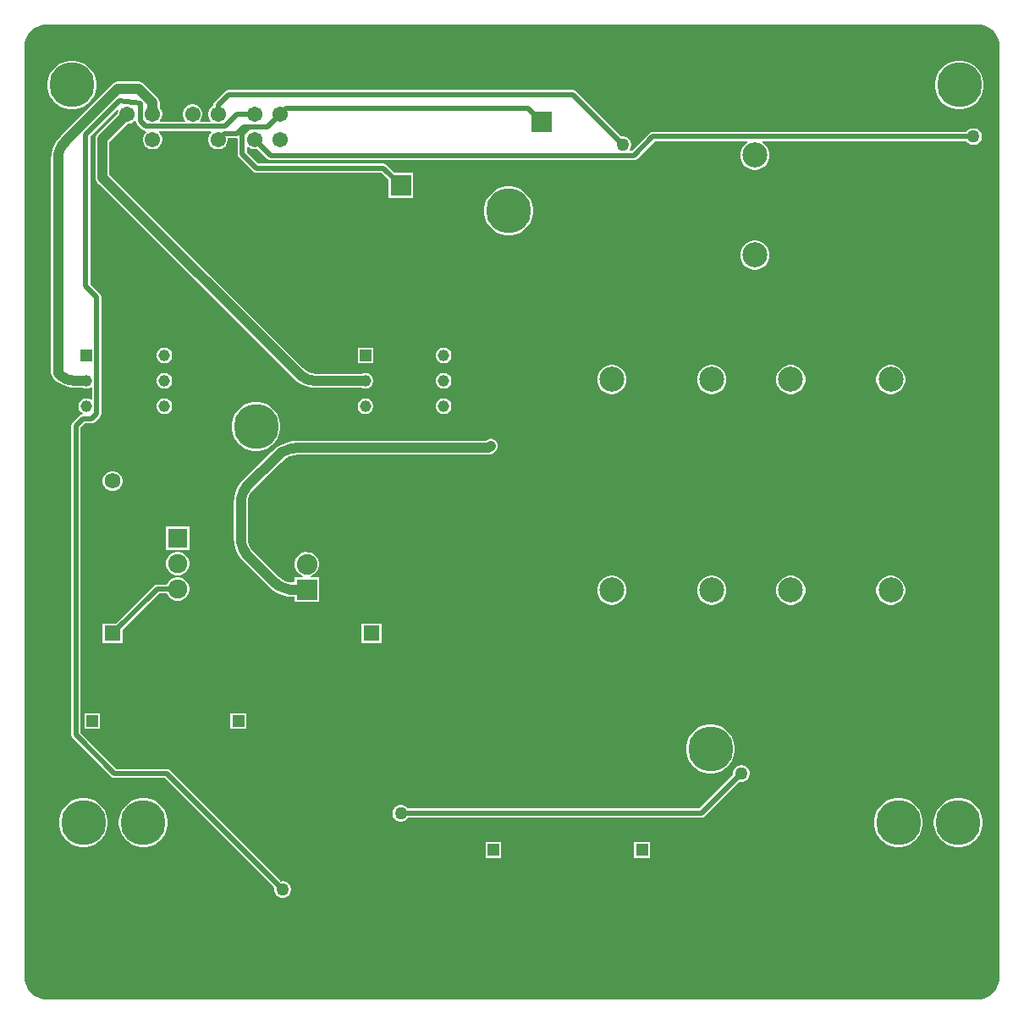
<source format=gbl>
G04*
G04 #@! TF.GenerationSoftware,Altium Limited,Altium Designer,23.8.1 (32)*
G04*
G04 Layer_Physical_Order=2*
G04 Layer_Color=16711680*
%FSLAX25Y25*%
%MOIN*%
G70*
G04*
G04 #@! TF.SameCoordinates,F96B85ED-F025-470D-A382-F87F92A237BF*
G04*
G04*
G04 #@! TF.FilePolarity,Positive*
G04*
G01*
G75*
%ADD11C,0.01968*%
%ADD46C,0.03937*%
%ADD48C,0.19685*%
%ADD53C,0.08268*%
%ADD54R,0.08268X0.08268*%
%ADD55R,0.08268X0.08268*%
%ADD56C,0.17717*%
%ADD57R,0.04724X0.04724*%
%ADD58C,0.04724*%
%ADD59R,0.04724X0.04724*%
%ADD60C,0.04563*%
%ADD61R,0.04563X0.04563*%
%ADD62C,0.08150*%
%ADD63R,0.08150X0.08150*%
%ADD64R,0.06260X0.06260*%
%ADD65C,0.06260*%
%ADD66C,0.07559*%
%ADD67R,0.07559X0.07559*%
%ADD68C,0.09843*%
%ADD69C,0.06083*%
%ADD70C,0.07874*%
%ADD71C,0.05000*%
%ADD72C,0.01968*%
G36*
X477219Y537328D02*
X478916Y536813D01*
X480481Y535977D01*
X481852Y534852D01*
X482977Y533481D01*
X483813Y531916D01*
X484328Y530219D01*
X484495Y528529D01*
X484485Y528454D01*
Y162311D01*
X484495Y162236D01*
X484328Y160546D01*
X483813Y158848D01*
X482977Y157284D01*
X481852Y155913D01*
X480481Y154787D01*
X478916Y153951D01*
X477219Y153436D01*
X475529Y153270D01*
X475454Y153280D01*
X109311D01*
X109236Y153270D01*
X107546Y153436D01*
X105848Y153951D01*
X104284Y154787D01*
X102913Y155913D01*
X101787Y157284D01*
X100951Y158848D01*
X100436Y160546D01*
X100270Y162235D01*
X100280Y162311D01*
Y528454D01*
X100270Y528529D01*
X100436Y530219D01*
X100951Y531916D01*
X101787Y533481D01*
X102913Y534852D01*
X104284Y535977D01*
X105848Y536813D01*
X107546Y537328D01*
X108824Y537454D01*
X109311Y537485D01*
X109311Y537485D01*
X475454D01*
X475529Y537495D01*
X477219Y537328D01*
D02*
G37*
%LPC*%
G36*
X469450Y523146D02*
X467550D01*
X465687Y522775D01*
X463931Y522048D01*
X462351Y520992D01*
X461008Y519649D01*
X459952Y518069D01*
X459225Y516314D01*
X458854Y514450D01*
Y512550D01*
X459225Y510686D01*
X459952Y508931D01*
X461008Y507351D01*
X462351Y506008D01*
X463931Y504952D01*
X465687Y504225D01*
X467550Y503854D01*
X469450D01*
X471313Y504225D01*
X473069Y504952D01*
X474649Y506008D01*
X475992Y507351D01*
X477048Y508931D01*
X477775Y510686D01*
X478146Y512550D01*
Y514450D01*
X477775Y516314D01*
X477048Y518069D01*
X475992Y519649D01*
X474649Y520992D01*
X473069Y522048D01*
X471313Y522775D01*
X469450Y523146D01*
D02*
G37*
G36*
X119950D02*
X118050D01*
X116186Y522775D01*
X114431Y522048D01*
X112851Y520992D01*
X111508Y519649D01*
X110452Y518069D01*
X109725Y516314D01*
X109354Y514450D01*
Y512550D01*
X109725Y510686D01*
X110452Y508931D01*
X111508Y507351D01*
X112851Y506008D01*
X114431Y504952D01*
X116186Y504225D01*
X118050Y503854D01*
X119950D01*
X121813Y504225D01*
X123569Y504952D01*
X125149Y506008D01*
X126492Y507351D01*
X127548Y508931D01*
X128275Y510686D01*
X128646Y512550D01*
Y514450D01*
X128275Y516314D01*
X127548Y518069D01*
X126492Y519649D01*
X125149Y520992D01*
X123569Y522048D01*
X121813Y522775D01*
X119950Y523146D01*
D02*
G37*
G36*
X145429Y514851D02*
X137071D01*
X136352Y514756D01*
X135681Y514478D01*
X135106Y514037D01*
X114534Y493466D01*
X114523Y493477D01*
X113219Y491950D01*
X112170Y490238D01*
X111402Y488383D01*
X110933Y486431D01*
X110776Y484429D01*
X110791D01*
X110791Y484429D01*
Y399929D01*
X110886Y399210D01*
X111164Y398539D01*
X111606Y397964D01*
X111594Y397952D01*
X113121Y396648D01*
X114833Y395599D01*
X116688Y394831D01*
X118640Y394362D01*
X120642Y394205D01*
X120642Y394220D01*
X123303D01*
X123442Y394140D01*
X124222Y393931D01*
X125030D01*
X125811Y394140D01*
X126394Y394477D01*
X126894Y394285D01*
Y389715D01*
X126394Y389523D01*
X125811Y389860D01*
X125030Y390069D01*
X124222D01*
X123442Y389860D01*
X122742Y389456D01*
X122170Y388884D01*
X121766Y388184D01*
X121557Y387404D01*
Y386596D01*
X121766Y385816D01*
X122170Y385116D01*
X122742Y384544D01*
X123173Y384295D01*
X123179Y384181D01*
X123066Y383780D01*
X122509Y383669D01*
X121923Y383277D01*
X119223Y380577D01*
X118831Y379991D01*
X118694Y379300D01*
Y257500D01*
X118831Y256809D01*
X119223Y256223D01*
X134385Y241061D01*
X134970Y240669D01*
X135662Y240532D01*
X155514D01*
X198776Y197269D01*
X198713Y197033D01*
Y196167D01*
X198937Y195331D01*
X199369Y194581D01*
X199981Y193969D01*
X200731Y193537D01*
X201567Y193313D01*
X202433D01*
X203269Y193537D01*
X204018Y193969D01*
X204631Y194581D01*
X205063Y195331D01*
X205287Y196167D01*
Y197033D01*
X205063Y197869D01*
X204631Y198618D01*
X204018Y199231D01*
X203269Y199663D01*
X202433Y199887D01*
X201567D01*
X201331Y199824D01*
X157539Y243616D01*
X156953Y244007D01*
X156262Y244145D01*
X136410D01*
X122306Y258248D01*
Y378552D01*
X123948Y380194D01*
X126700D01*
X127391Y380331D01*
X127977Y380723D01*
X129977Y382723D01*
X130369Y383309D01*
X130506Y384000D01*
Y429900D01*
X130369Y430591D01*
X129977Y431177D01*
X126206Y434948D01*
Y493362D01*
X136987Y504143D01*
X137387Y503836D01*
X137180Y503478D01*
X136919Y502504D01*
Y502102D01*
X129034Y494217D01*
X128593Y493642D01*
X128315Y492971D01*
X128220Y492252D01*
Y477110D01*
X128315Y476390D01*
X128593Y475720D01*
X129034Y475144D01*
X205862Y398317D01*
X206204Y397952D01*
X206204Y397952D01*
X207731Y396648D01*
X209443Y395599D01*
X211298Y394831D01*
X213250Y394362D01*
X215252Y394205D01*
X215252Y394220D01*
X233303D01*
X233441Y394140D01*
X234222Y393931D01*
X235030D01*
X235811Y394140D01*
X236510Y394544D01*
X237082Y395116D01*
X237486Y395815D01*
X237695Y396596D01*
Y397404D01*
X237486Y398184D01*
X237082Y398884D01*
X236510Y399456D01*
X235811Y399860D01*
X235030Y400069D01*
X234222D01*
X233441Y399860D01*
X233303Y399780D01*
X215252D01*
X215252Y399780D01*
Y399780D01*
X214759Y399820D01*
X213842Y399910D01*
X212486Y400321D01*
X211236Y400989D01*
X210170Y401864D01*
X210146Y401895D01*
X133780Y478261D01*
Y491101D01*
X140850Y498171D01*
X141252D01*
X142226Y498432D01*
X143099Y498936D01*
X143629Y499466D01*
X144129Y499259D01*
Y499200D01*
X144266Y498509D01*
X144658Y497923D01*
X146671Y495910D01*
X147257Y495518D01*
X147948Y495381D01*
X148007D01*
X148214Y494881D01*
X147684Y494351D01*
X147180Y493478D01*
X146919Y492504D01*
Y491496D01*
X147180Y490522D01*
X147684Y489649D01*
X148397Y488936D01*
X149270Y488432D01*
X150244Y488171D01*
X151252D01*
X152226Y488432D01*
X153099Y488936D01*
X153812Y489649D01*
X154316Y490522D01*
X154577Y491496D01*
Y492504D01*
X154316Y493478D01*
X153812Y494351D01*
X153282Y494881D01*
X153489Y495381D01*
X173755D01*
X173962Y494881D01*
X173432Y494351D01*
X172928Y493478D01*
X172667Y492504D01*
Y491496D01*
X172928Y490522D01*
X173432Y489649D01*
X174145Y488936D01*
X175018Y488432D01*
X175992Y488171D01*
X177000D01*
X177974Y488432D01*
X178847Y488936D01*
X179560Y489649D01*
X180064Y490522D01*
X180325Y491496D01*
Y492504D01*
X180417Y492625D01*
X184065D01*
X184294Y492437D01*
Y486400D01*
X184431Y485709D01*
X184823Y485123D01*
X190423Y479523D01*
X191009Y479131D01*
X191700Y478994D01*
X240952D01*
X243579Y476367D01*
Y469079D01*
X253421D01*
Y478921D01*
X246133D01*
X242977Y482077D01*
X242391Y482469D01*
X241700Y482606D01*
X192448D01*
X187906Y487148D01*
Y488972D01*
X188406Y489179D01*
X188649Y488936D01*
X189522Y488432D01*
X190496Y488171D01*
X191504D01*
X192111Y488334D01*
X196023Y484423D01*
X196609Y484031D01*
X197300Y483894D01*
X340300D01*
X340991Y484031D01*
X341577Y484423D01*
X348548Y491394D01*
X385150D01*
X385284Y490894D01*
X384495Y490438D01*
X383432Y489375D01*
X382680Y488073D01*
X382291Y486622D01*
Y485118D01*
X382680Y483667D01*
X383432Y482365D01*
X384495Y481302D01*
X385796Y480550D01*
X387248Y480161D01*
X388752D01*
X390203Y480550D01*
X391505Y481302D01*
X392568Y482365D01*
X393320Y483667D01*
X393709Y485118D01*
Y486622D01*
X393320Y488073D01*
X392568Y489375D01*
X391505Y490438D01*
X390716Y490894D01*
X390850Y491394D01*
X471347D01*
X471469Y491182D01*
X472082Y490569D01*
X472831Y490137D01*
X473667Y489913D01*
X474533D01*
X475369Y490137D01*
X476119Y490569D01*
X476731Y491182D01*
X477163Y491931D01*
X477387Y492767D01*
Y493633D01*
X477163Y494469D01*
X476731Y495219D01*
X476119Y495831D01*
X475369Y496263D01*
X474533Y496487D01*
X473667D01*
X472831Y496263D01*
X472082Y495831D01*
X471469Y495219D01*
X471347Y495006D01*
X347800D01*
X347109Y494869D01*
X346523Y494477D01*
X339552Y487506D01*
X338809D01*
X338711Y487742D01*
X338645Y488006D01*
X339063Y488731D01*
X339287Y489567D01*
Y490433D01*
X339063Y491269D01*
X338631Y492019D01*
X338018Y492631D01*
X337269Y493063D01*
X336433Y493287D01*
X335567D01*
X335331Y493224D01*
X317577Y510977D01*
X316991Y511369D01*
X316300Y511506D01*
X180596D01*
X179905Y511369D01*
X179319Y510977D01*
X175219Y506877D01*
X174827Y506291D01*
X174690Y505600D01*
Y505378D01*
X174145Y505064D01*
X173432Y504351D01*
X172928Y503478D01*
X172667Y502504D01*
Y501496D01*
X172928Y500522D01*
X173432Y499649D01*
X173626Y499455D01*
X173435Y498993D01*
X169557D01*
X169366Y499455D01*
X169560Y499649D01*
X170064Y500522D01*
X170325Y501496D01*
Y502504D01*
X170064Y503478D01*
X169560Y504351D01*
X168847Y505064D01*
X167974Y505568D01*
X167000Y505829D01*
X165992D01*
X165018Y505568D01*
X164145Y505064D01*
X163432Y504351D01*
X162928Y503478D01*
X162667Y502504D01*
Y501496D01*
X162928Y500522D01*
X163432Y499649D01*
X163626Y499455D01*
X163435Y498993D01*
X153809D01*
X153618Y499455D01*
X153812Y499649D01*
X154316Y500522D01*
X154577Y501496D01*
Y502504D01*
X154316Y503478D01*
X153812Y504351D01*
X153514Y504648D01*
Y506765D01*
X153420Y507485D01*
X153142Y508155D01*
X152700Y508731D01*
X147395Y514037D01*
X146819Y514478D01*
X146148Y514756D01*
X145429Y514851D01*
D02*
G37*
G36*
X291950Y473646D02*
X290050D01*
X288187Y473275D01*
X286431Y472548D01*
X284851Y471492D01*
X283508Y470149D01*
X282452Y468569D01*
X281725Y466814D01*
X281354Y464950D01*
Y463050D01*
X281725Y461187D01*
X282452Y459431D01*
X283508Y457851D01*
X284851Y456508D01*
X286431Y455452D01*
X288187Y454725D01*
X290050Y454354D01*
X291950D01*
X293813Y454725D01*
X295569Y455452D01*
X297149Y456508D01*
X298492Y457851D01*
X299548Y459431D01*
X300275Y461187D01*
X300646Y463050D01*
Y464950D01*
X300275Y466814D01*
X299548Y468569D01*
X298492Y470149D01*
X297149Y471492D01*
X295569Y472548D01*
X293813Y473275D01*
X291950Y473646D01*
D02*
G37*
G36*
X388752Y452209D02*
X387248D01*
X385796Y451820D01*
X384495Y451068D01*
X383432Y450005D01*
X382680Y448703D01*
X382291Y447252D01*
Y445748D01*
X382680Y444297D01*
X383432Y442995D01*
X384495Y441932D01*
X385796Y441180D01*
X387248Y440791D01*
X388752D01*
X390203Y441180D01*
X391505Y441932D01*
X392568Y442995D01*
X393320Y444297D01*
X393709Y445748D01*
Y447252D01*
X393320Y448703D01*
X392568Y450005D01*
X391505Y451068D01*
X390203Y451820D01*
X388752Y452209D01*
D02*
G37*
G36*
X265778Y410069D02*
X264970D01*
X264189Y409860D01*
X263490Y409456D01*
X262918Y408884D01*
X262514Y408184D01*
X262305Y407404D01*
Y406596D01*
X262514Y405816D01*
X262918Y405116D01*
X263490Y404544D01*
X264189Y404140D01*
X264970Y403931D01*
X265778D01*
X266559Y404140D01*
X267258Y404544D01*
X267830Y405116D01*
X268234Y405816D01*
X268443Y406596D01*
Y407404D01*
X268234Y408184D01*
X267830Y408884D01*
X267258Y409456D01*
X266559Y409860D01*
X265778Y410069D01*
D02*
G37*
G36*
X237695D02*
X231557D01*
Y403931D01*
X237695D01*
Y410069D01*
D02*
G37*
G36*
X155778D02*
X154970D01*
X154190Y409860D01*
X153490Y409456D01*
X152918Y408884D01*
X152514Y408184D01*
X152305Y407404D01*
Y406596D01*
X152514Y405816D01*
X152918Y405116D01*
X153490Y404544D01*
X154190Y404140D01*
X154970Y403931D01*
X155778D01*
X156559Y404140D01*
X157258Y404544D01*
X157830Y405116D01*
X158234Y405816D01*
X158443Y406596D01*
Y407404D01*
X158234Y408184D01*
X157830Y408884D01*
X157258Y409456D01*
X156559Y409860D01*
X155778Y410069D01*
D02*
G37*
G36*
X265778Y400069D02*
X264970D01*
X264189Y399860D01*
X263490Y399456D01*
X262918Y398884D01*
X262514Y398184D01*
X262305Y397404D01*
Y396596D01*
X262514Y395815D01*
X262918Y395116D01*
X263490Y394544D01*
X264189Y394140D01*
X264970Y393931D01*
X265778D01*
X266559Y394140D01*
X267258Y394544D01*
X267830Y395116D01*
X268234Y395815D01*
X268443Y396596D01*
Y397404D01*
X268234Y398184D01*
X267830Y398884D01*
X267258Y399456D01*
X266559Y399860D01*
X265778Y400069D01*
D02*
G37*
G36*
X155778D02*
X154970D01*
X154190Y399860D01*
X153490Y399456D01*
X152918Y398884D01*
X152514Y398184D01*
X152305Y397404D01*
Y396596D01*
X152514Y395815D01*
X152918Y395116D01*
X153490Y394544D01*
X154190Y394140D01*
X154970Y393931D01*
X155778D01*
X156559Y394140D01*
X157258Y394544D01*
X157830Y395116D01*
X158234Y395815D01*
X158443Y396596D01*
Y397404D01*
X158234Y398184D01*
X157830Y398884D01*
X157258Y399456D01*
X156559Y399860D01*
X155778Y400069D01*
D02*
G37*
G36*
X442252Y403209D02*
X440748D01*
X439296Y402820D01*
X437995Y402068D01*
X436932Y401005D01*
X436180Y399704D01*
X435791Y398252D01*
Y396748D01*
X436180Y395297D01*
X436932Y393995D01*
X437995Y392932D01*
X439296Y392180D01*
X440748Y391791D01*
X442252D01*
X443704Y392180D01*
X445005Y392932D01*
X446068Y393995D01*
X446820Y395297D01*
X447209Y396748D01*
Y398252D01*
X446820Y399704D01*
X446068Y401005D01*
X445005Y402068D01*
X443704Y402820D01*
X442252Y403209D01*
D02*
G37*
G36*
X402882D02*
X401378D01*
X399926Y402820D01*
X398625Y402068D01*
X397562Y401005D01*
X396810Y399704D01*
X396421Y398252D01*
Y396748D01*
X396810Y395297D01*
X397562Y393995D01*
X398625Y392932D01*
X399926Y392180D01*
X401378Y391791D01*
X402882D01*
X404333Y392180D01*
X405635Y392932D01*
X406698Y393995D01*
X407450Y395297D01*
X407839Y396748D01*
Y398252D01*
X407450Y399704D01*
X406698Y401005D01*
X405635Y402068D01*
X404333Y402820D01*
X402882Y403209D01*
D02*
G37*
G36*
X371752D02*
X370248D01*
X368796Y402820D01*
X367495Y402068D01*
X366432Y401005D01*
X365680Y399704D01*
X365291Y398252D01*
Y396748D01*
X365680Y395297D01*
X366432Y393995D01*
X367495Y392932D01*
X368796Y392180D01*
X370248Y391791D01*
X371752D01*
X373203Y392180D01*
X374505Y392932D01*
X375568Y393995D01*
X376320Y395297D01*
X376709Y396748D01*
Y398252D01*
X376320Y399704D01*
X375568Y401005D01*
X374505Y402068D01*
X373203Y402820D01*
X371752Y403209D01*
D02*
G37*
G36*
X332382D02*
X330878D01*
X329427Y402820D01*
X328125Y402068D01*
X327062Y401005D01*
X326310Y399704D01*
X325921Y398252D01*
Y396748D01*
X326310Y395297D01*
X327062Y393995D01*
X328125Y392932D01*
X329427Y392180D01*
X330878Y391791D01*
X332382D01*
X333834Y392180D01*
X335135Y392932D01*
X336198Y393995D01*
X336950Y395297D01*
X337339Y396748D01*
Y398252D01*
X336950Y399704D01*
X336198Y401005D01*
X335135Y402068D01*
X333834Y402820D01*
X332382Y403209D01*
D02*
G37*
G36*
X265778Y390069D02*
X264970D01*
X264189Y389860D01*
X263490Y389456D01*
X262918Y388884D01*
X262514Y388184D01*
X262305Y387404D01*
Y386596D01*
X262514Y385816D01*
X262918Y385116D01*
X263490Y384544D01*
X264189Y384140D01*
X264970Y383931D01*
X265778D01*
X266559Y384140D01*
X267258Y384544D01*
X267830Y385116D01*
X268234Y385816D01*
X268443Y386596D01*
Y387404D01*
X268234Y388184D01*
X267830Y388884D01*
X267258Y389456D01*
X266559Y389860D01*
X265778Y390069D01*
D02*
G37*
G36*
X235030D02*
X234222D01*
X233441Y389860D01*
X232742Y389456D01*
X232170Y388884D01*
X231766Y388184D01*
X231557Y387404D01*
Y386596D01*
X231766Y385816D01*
X232170Y385116D01*
X232742Y384544D01*
X233441Y384140D01*
X234222Y383931D01*
X235030D01*
X235811Y384140D01*
X236510Y384544D01*
X237082Y385116D01*
X237486Y385816D01*
X237695Y386596D01*
Y387404D01*
X237486Y388184D01*
X237082Y388884D01*
X236510Y389456D01*
X235811Y389860D01*
X235030Y390069D01*
D02*
G37*
G36*
X155778D02*
X154970D01*
X154190Y389860D01*
X153490Y389456D01*
X152918Y388884D01*
X152514Y388184D01*
X152305Y387404D01*
Y386596D01*
X152514Y385816D01*
X152918Y385116D01*
X153490Y384544D01*
X154190Y384140D01*
X154970Y383931D01*
X155778D01*
X156559Y384140D01*
X157258Y384544D01*
X157830Y385116D01*
X158234Y385816D01*
X158443Y386596D01*
Y387404D01*
X158234Y388184D01*
X157830Y388884D01*
X157258Y389456D01*
X156559Y389860D01*
X155778Y390069D01*
D02*
G37*
G36*
X283883Y374169D02*
X283164Y374075D01*
X282494Y373797D01*
X282002Y373420D01*
X208188D01*
X208188Y373420D01*
Y373442D01*
X205843Y373258D01*
X203556Y372709D01*
X201383Y371809D01*
X199378Y370580D01*
X197590Y369053D01*
X197606Y369037D01*
X186463Y357894D01*
X186452Y357906D01*
X185148Y356379D01*
X184099Y354667D01*
X183331Y352812D01*
X182862Y350859D01*
X182705Y348858D01*
X182720Y348858D01*
Y335142D01*
X182705Y335142D01*
X182862Y333140D01*
X183331Y331188D01*
X184099Y329333D01*
X185148Y327621D01*
X186452Y326095D01*
X186463Y326105D01*
X196862Y315707D01*
Y315707D01*
X196850Y315696D01*
X198377Y314392D01*
X200089Y313343D01*
X201944Y312575D01*
X203896Y312106D01*
X205898Y311949D01*
Y311964D01*
X205898Y311964D01*
X206638D01*
Y309882D01*
X216362D01*
Y319606D01*
X213043D01*
X212978Y320106D01*
X213377Y320213D01*
X214486Y320853D01*
X215391Y321759D01*
X216031Y322867D01*
X216362Y324104D01*
Y325384D01*
X216031Y326621D01*
X215391Y327730D01*
X214486Y328635D01*
X213377Y329275D01*
X212140Y329606D01*
X210860D01*
X209623Y329275D01*
X208514Y328635D01*
X207609Y327730D01*
X206969Y326621D01*
X206638Y325384D01*
Y324104D01*
X206969Y322867D01*
X207609Y321759D01*
X208514Y320853D01*
X209623Y320213D01*
X210022Y320106D01*
X209957Y319606D01*
X206638D01*
Y317924D01*
X206138Y317524D01*
X205898Y317524D01*
X205414Y317563D01*
X204488Y317654D01*
X203132Y318066D01*
X201882Y318734D01*
X201162Y319324D01*
X200793Y319638D01*
X200449Y319983D01*
X190743Y329689D01*
X190394Y330037D01*
Y330037D01*
X190080Y330406D01*
X189489Y331126D01*
X188821Y332376D01*
X188410Y333732D01*
X188319Y334658D01*
X188280Y335142D01*
X188280Y335142D01*
X188280Y335142D01*
Y348858D01*
X188280Y348858D01*
X188280D01*
X188319Y349342D01*
X188410Y350268D01*
X188821Y351624D01*
X189489Y352874D01*
X190080Y353594D01*
X190394Y353963D01*
Y353963D01*
X190743Y354311D01*
X201183Y364752D01*
X201537Y365106D01*
X201902Y365430D01*
X202951Y366291D01*
X204581Y367162D01*
X206349Y367699D01*
X208104Y367871D01*
X208188Y367861D01*
X283134D01*
X283853Y367955D01*
X284524Y368233D01*
X285099Y368675D01*
X285849Y369424D01*
X286291Y370000D01*
X286568Y370670D01*
X286663Y371390D01*
X286568Y372109D01*
X286291Y372780D01*
X285849Y373355D01*
X285273Y373797D01*
X284603Y374075D01*
X283883Y374169D01*
D02*
G37*
G36*
X192450Y388646D02*
X190550D01*
X188687Y388275D01*
X186931Y387548D01*
X185351Y386492D01*
X184008Y385149D01*
X182952Y383569D01*
X182225Y381814D01*
X181854Y379950D01*
Y378050D01*
X182225Y376186D01*
X182952Y374431D01*
X184008Y372851D01*
X185351Y371508D01*
X186931Y370452D01*
X188687Y369725D01*
X190550Y369354D01*
X192450D01*
X194314Y369725D01*
X196069Y370452D01*
X197649Y371508D01*
X198992Y372851D01*
X200048Y374431D01*
X200775Y376186D01*
X201146Y378050D01*
Y379950D01*
X200775Y381814D01*
X200048Y383569D01*
X198992Y385149D01*
X197649Y386492D01*
X196069Y387548D01*
X194314Y388275D01*
X192450Y388646D01*
D02*
G37*
G36*
X135516Y361417D02*
X134484D01*
X133488Y361150D01*
X132595Y360635D01*
X131865Y359905D01*
X131350Y359012D01*
X131083Y358016D01*
Y356984D01*
X131350Y355988D01*
X131865Y355095D01*
X132595Y354365D01*
X133488Y353850D01*
X134484Y353583D01*
X135516D01*
X136512Y353850D01*
X137405Y354365D01*
X138135Y355095D01*
X138650Y355988D01*
X138917Y356984D01*
Y358016D01*
X138650Y359012D01*
X138135Y359905D01*
X137405Y360635D01*
X136512Y361150D01*
X135516Y361417D01*
D02*
G37*
G36*
X165185Y339567D02*
X156051D01*
Y330433D01*
X165185D01*
Y339567D01*
D02*
G37*
G36*
X161220Y329567D02*
X160017D01*
X158855Y329256D01*
X157814Y328655D01*
X156964Y327804D01*
X156362Y326763D01*
X156051Y325601D01*
Y324399D01*
X156362Y323237D01*
X156964Y322196D01*
X157814Y321345D01*
X158855Y320744D01*
X160017Y320433D01*
X161220D01*
X162381Y320744D01*
X163422Y321345D01*
X164273Y322196D01*
X164874Y323237D01*
X165185Y324399D01*
Y325601D01*
X164874Y326763D01*
X164273Y327804D01*
X163422Y328655D01*
X162381Y329256D01*
X161220Y329567D01*
D02*
G37*
G36*
Y319567D02*
X160017D01*
X158855Y319256D01*
X157814Y318654D01*
X156964Y317804D01*
X156388Y316806D01*
X152500D01*
X151809Y316669D01*
X151223Y316277D01*
X136363Y301417D01*
X131083D01*
Y293583D01*
X138917D01*
Y298863D01*
X153248Y313194D01*
X156388D01*
X156964Y312196D01*
X157814Y311346D01*
X158855Y310744D01*
X160017Y310433D01*
X161220D01*
X162381Y310744D01*
X163422Y311346D01*
X164273Y312196D01*
X164874Y313237D01*
X165185Y314399D01*
Y315601D01*
X164874Y316763D01*
X164273Y317804D01*
X163422Y318654D01*
X162381Y319256D01*
X161220Y319567D01*
D02*
G37*
G36*
X442252Y320209D02*
X440748D01*
X439296Y319820D01*
X437995Y319068D01*
X436932Y318005D01*
X436180Y316704D01*
X435791Y315252D01*
Y313748D01*
X436180Y312297D01*
X436932Y310995D01*
X437995Y309932D01*
X439296Y309180D01*
X440748Y308791D01*
X442252D01*
X443704Y309180D01*
X445005Y309932D01*
X446068Y310995D01*
X446820Y312297D01*
X447209Y313748D01*
Y315252D01*
X446820Y316704D01*
X446068Y318005D01*
X445005Y319068D01*
X443704Y319820D01*
X442252Y320209D01*
D02*
G37*
G36*
X402882D02*
X401378D01*
X399926Y319820D01*
X398625Y319068D01*
X397562Y318005D01*
X396810Y316704D01*
X396421Y315252D01*
Y313748D01*
X396810Y312297D01*
X397562Y310995D01*
X398625Y309932D01*
X399926Y309180D01*
X401378Y308791D01*
X402882D01*
X404333Y309180D01*
X405635Y309932D01*
X406698Y310995D01*
X407450Y312297D01*
X407839Y313748D01*
Y315252D01*
X407450Y316704D01*
X406698Y318005D01*
X405635Y319068D01*
X404333Y319820D01*
X402882Y320209D01*
D02*
G37*
G36*
X371752D02*
X370248D01*
X368796Y319820D01*
X367495Y319068D01*
X366432Y318005D01*
X365680Y316704D01*
X365291Y315252D01*
Y313748D01*
X365680Y312297D01*
X366432Y310995D01*
X367495Y309932D01*
X368796Y309180D01*
X370248Y308791D01*
X371752D01*
X373203Y309180D01*
X374505Y309932D01*
X375568Y310995D01*
X376320Y312297D01*
X376709Y313748D01*
Y315252D01*
X376320Y316704D01*
X375568Y318005D01*
X374505Y319068D01*
X373203Y319820D01*
X371752Y320209D01*
D02*
G37*
G36*
X332382D02*
X330878D01*
X329427Y319820D01*
X328125Y319068D01*
X327062Y318005D01*
X326310Y316704D01*
X325921Y315252D01*
Y313748D01*
X326310Y312297D01*
X327062Y310995D01*
X328125Y309932D01*
X329427Y309180D01*
X330878Y308791D01*
X332382D01*
X333834Y309180D01*
X335135Y309932D01*
X336198Y310995D01*
X336950Y312297D01*
X337339Y313748D01*
Y315252D01*
X336950Y316704D01*
X336198Y318005D01*
X335135Y319068D01*
X333834Y319820D01*
X332382Y320209D01*
D02*
G37*
G36*
X240917Y301417D02*
X233083D01*
Y293583D01*
X240917D01*
Y301417D01*
D02*
G37*
G36*
X187650Y266150D02*
X181350D01*
Y259850D01*
X187650D01*
Y266150D01*
D02*
G37*
G36*
X130150D02*
X123850D01*
Y259850D01*
X130150D01*
Y266150D01*
D02*
G37*
G36*
X371450Y261646D02*
X369550D01*
X367687Y261275D01*
X365931Y260548D01*
X364351Y259492D01*
X363008Y258149D01*
X361952Y256569D01*
X361225Y254814D01*
X360854Y252950D01*
Y251050D01*
X361225Y249186D01*
X361952Y247431D01*
X363008Y245851D01*
X364351Y244508D01*
X365931Y243452D01*
X367687Y242725D01*
X369550Y242354D01*
X371450D01*
X373313Y242725D01*
X375069Y243452D01*
X376649Y244508D01*
X377992Y245851D01*
X379048Y247431D01*
X379775Y249186D01*
X380146Y251050D01*
Y252950D01*
X379775Y254814D01*
X379048Y256569D01*
X377992Y258149D01*
X376649Y259492D01*
X375069Y260548D01*
X373313Y261275D01*
X371450Y261646D01*
D02*
G37*
G36*
X383033Y245687D02*
X382167D01*
X381331Y245463D01*
X380581Y245031D01*
X379969Y244419D01*
X379537Y243669D01*
X379313Y242833D01*
Y241967D01*
X379376Y241731D01*
X366152Y228506D01*
X251253D01*
X251131Y228718D01*
X250518Y229331D01*
X249769Y229763D01*
X248933Y229987D01*
X248067D01*
X247231Y229763D01*
X246481Y229331D01*
X245869Y228718D01*
X245437Y227969D01*
X245213Y227133D01*
Y226267D01*
X245437Y225431D01*
X245869Y224681D01*
X246481Y224069D01*
X247231Y223637D01*
X248067Y223413D01*
X248933D01*
X249769Y223637D01*
X250518Y224069D01*
X251131Y224681D01*
X251253Y224894D01*
X366900D01*
X367591Y225031D01*
X368177Y225423D01*
X381931Y239176D01*
X382167Y239113D01*
X383033D01*
X383869Y239337D01*
X384618Y239769D01*
X385231Y240382D01*
X385663Y241131D01*
X385887Y241967D01*
Y242833D01*
X385663Y243669D01*
X385231Y244419D01*
X384618Y245031D01*
X383869Y245463D01*
X383033Y245687D01*
D02*
G37*
G36*
X469072Y232646D02*
X467172D01*
X465309Y232275D01*
X463553Y231548D01*
X461973Y230492D01*
X460630Y229149D01*
X459574Y227569D01*
X458847Y225814D01*
X458476Y223950D01*
Y222050D01*
X458847Y220186D01*
X459574Y218431D01*
X460630Y216851D01*
X461973Y215508D01*
X463553Y214452D01*
X465309Y213725D01*
X467172Y213354D01*
X469072D01*
X470935Y213725D01*
X472691Y214452D01*
X474271Y215508D01*
X475614Y216851D01*
X476670Y218431D01*
X477397Y220186D01*
X477768Y222050D01*
Y223950D01*
X477397Y225814D01*
X476670Y227569D01*
X475614Y229149D01*
X474271Y230492D01*
X472691Y231548D01*
X470935Y232275D01*
X469072Y232646D01*
D02*
G37*
G36*
X445450D02*
X443550D01*
X441686Y232275D01*
X439931Y231548D01*
X438351Y230492D01*
X437008Y229149D01*
X435952Y227569D01*
X435225Y225814D01*
X434854Y223950D01*
Y222050D01*
X435225Y220186D01*
X435952Y218431D01*
X437008Y216851D01*
X438351Y215508D01*
X439931Y214452D01*
X441686Y213725D01*
X443550Y213354D01*
X445450D01*
X447313Y213725D01*
X449069Y214452D01*
X450649Y215508D01*
X451992Y216851D01*
X453048Y218431D01*
X453775Y220186D01*
X454146Y222050D01*
Y223950D01*
X453775Y225814D01*
X453048Y227569D01*
X451992Y229149D01*
X450649Y230492D01*
X449069Y231548D01*
X447313Y232275D01*
X445450Y232646D01*
D02*
G37*
G36*
X148072D02*
X146172D01*
X144308Y232275D01*
X142553Y231548D01*
X140973Y230492D01*
X139630Y229149D01*
X138574Y227569D01*
X137847Y225814D01*
X137476Y223950D01*
Y222050D01*
X137847Y220186D01*
X138574Y218431D01*
X139630Y216851D01*
X140973Y215508D01*
X142553Y214452D01*
X144308Y213725D01*
X146172Y213354D01*
X148072D01*
X149935Y213725D01*
X151691Y214452D01*
X153271Y215508D01*
X154614Y216851D01*
X155670Y218431D01*
X156397Y220186D01*
X156768Y222050D01*
Y223950D01*
X156397Y225814D01*
X155670Y227569D01*
X154614Y229149D01*
X153271Y230492D01*
X151691Y231548D01*
X149935Y232275D01*
X148072Y232646D01*
D02*
G37*
G36*
X124450D02*
X122550D01*
X120686Y232275D01*
X118931Y231548D01*
X117351Y230492D01*
X116008Y229149D01*
X114952Y227569D01*
X114225Y225814D01*
X113854Y223950D01*
Y222050D01*
X114225Y220186D01*
X114952Y218431D01*
X116008Y216851D01*
X117351Y215508D01*
X118931Y214452D01*
X120686Y213725D01*
X122550Y213354D01*
X124450D01*
X126313Y213725D01*
X128069Y214452D01*
X129649Y215508D01*
X130992Y216851D01*
X132048Y218431D01*
X132775Y220186D01*
X133146Y222050D01*
Y223950D01*
X132775Y225814D01*
X132048Y227569D01*
X130992Y229149D01*
X129649Y230492D01*
X128069Y231548D01*
X126313Y232275D01*
X124450Y232646D01*
D02*
G37*
G36*
X346650Y215335D02*
X340350D01*
Y209035D01*
X346650D01*
Y215335D01*
D02*
G37*
G36*
X288150D02*
X281850D01*
Y209035D01*
X288150D01*
Y215335D01*
D02*
G37*
%LPD*%
D11*
X186634Y497000D02*
X196000D01*
X255500Y301858D02*
Y316700D01*
Y293500D02*
Y301858D01*
Y301858D01*
X211500Y345400D02*
X223600Y357500D01*
X224880D02*
X224880D01*
X237000D01*
X223600D02*
X224880D01*
X211500Y334744D02*
Y345400D01*
X204200Y242200D02*
X255500Y293500D01*
X146685Y263000D02*
X167485Y242200D01*
X188700Y497000D02*
X196000D01*
X186100Y494400D02*
X188700Y497000D01*
X186100Y486400D02*
Y494400D01*
Y486400D02*
X191700Y480800D01*
X241700D01*
X248500Y474000D01*
X298800Y504200D02*
X304000Y499000D01*
X203200Y504200D02*
X298800D01*
X201000Y502000D02*
X203200Y504200D01*
X431500Y192500D02*
X444500Y179500D01*
X427300Y196700D02*
X431500Y192500D01*
X427300Y196700D02*
Y242500D01*
X343500Y192500D02*
X431500D01*
X167485Y242200D02*
X204200D01*
X238600Y333600D02*
X255500Y316700D01*
X155374Y377000D02*
X168074Y389700D01*
X221926D01*
X234626Y377000D01*
X140748Y492000D02*
X145648Y487100D01*
X161596D01*
X166496Y492000D01*
X191000D02*
X197300Y485700D01*
X340300D01*
X347800Y493200D01*
X474100D01*
X184100Y502000D02*
X191000D01*
X179287Y497187D02*
X184100Y502000D01*
X147948Y497187D02*
X179287D01*
X145935Y499200D02*
X147948Y497187D01*
X145935Y499200D02*
Y506276D01*
X137674Y507384D02*
X145935Y506276D01*
X124400Y494111D02*
X137674Y507384D01*
X124400Y434200D02*
Y494111D01*
Y434200D02*
X128700Y429900D01*
Y384000D02*
Y429900D01*
X126700Y382000D02*
X128700Y384000D01*
X123200Y382000D02*
X126700D01*
X120500Y379300D02*
X123200Y382000D01*
X120500Y257500D02*
Y379300D01*
Y257500D02*
X135662Y242338D01*
X156262D01*
X202000Y196600D01*
X196000Y497000D02*
X201000Y502000D01*
X184065Y494431D02*
X186634Y497000D01*
X178927Y494431D02*
X184065D01*
X176496Y492000D02*
X178927Y494431D01*
X176496Y502000D02*
Y505600D01*
X180596Y509700D01*
X316300D01*
X336000Y490000D01*
X426400Y245100D02*
Y255600D01*
X408300Y273700D02*
X426400Y255600D01*
X248500Y226700D02*
X366900D01*
X382600Y242400D01*
X135000Y297500D02*
X152500Y315000D01*
X160618D01*
X234626Y377000D02*
X265374D01*
X124626D02*
X155374D01*
D46*
X116500Y491500D02*
X115841Y490773D01*
X115256Y489985D01*
X114752Y489143D01*
X114332Y488256D01*
X114002Y487332D01*
X113763Y486380D01*
X113619Y485409D01*
X113571Y484429D01*
X116500Y491500D02*
X115841Y490773D01*
X115256Y489985D01*
X114752Y489143D01*
X114332Y488256D01*
X114002Y487332D01*
X113763Y486380D01*
X113619Y485409D01*
X113571Y484429D01*
Y399929D02*
X114298Y399270D01*
X115086Y398685D01*
X115928Y398181D01*
X116815Y397761D01*
X117739Y397431D01*
X118691Y397192D01*
X119662Y397048D01*
X120642Y397000D01*
X113571Y399929D02*
X114298Y399270D01*
X115086Y398685D01*
X115928Y398181D01*
X116815Y397761D01*
X117739Y397431D01*
X118691Y397192D01*
X119662Y397048D01*
X120642Y397000D01*
X208181Y399929D02*
X208908Y399270D01*
X209696Y398685D01*
X210538Y398181D01*
X211425Y397761D01*
X212349Y397431D01*
X213301Y397192D01*
X214272Y397048D01*
X215252Y397000D01*
X208181Y399929D02*
X208908Y399270D01*
X209696Y398685D01*
X210538Y398181D01*
X211425Y397761D01*
X212349Y397431D01*
X213301Y397192D01*
X214272Y397048D01*
X215252Y397000D01*
X185500Y335142D02*
X185548Y334162D01*
X185692Y333191D01*
X185931Y332239D01*
X186261Y331315D01*
X186681Y330428D01*
X187185Y329586D01*
X187770Y328798D01*
X188429Y328071D01*
Y355929D02*
X187770Y355202D01*
X187185Y354414D01*
X186681Y353572D01*
X186261Y352685D01*
X185931Y351761D01*
X185692Y350809D01*
X185548Y349838D01*
X185500Y348858D01*
X188429Y355929D02*
X187770Y355202D01*
X187185Y354414D01*
X186681Y353572D01*
X186261Y352685D01*
X185931Y351761D01*
X185692Y350809D01*
X185548Y349838D01*
X185500Y348858D01*
X198827Y317673D02*
X199554Y317014D01*
X200342Y316429D01*
X201184Y315925D01*
X202071Y315505D01*
X202995Y315175D01*
X203947Y314936D01*
X204918Y314792D01*
X205898Y314744D01*
X198827Y317673D02*
X199554Y317014D01*
X200342Y316429D01*
X201184Y315925D01*
X202071Y315505D01*
X202995Y315175D01*
X203947Y314936D01*
X204918Y314792D01*
X205898Y314744D01*
X185500Y335142D02*
X185548Y334162D01*
X185692Y333191D01*
X185931Y332239D01*
X186261Y331315D01*
X186681Y330428D01*
X187185Y329586D01*
X187770Y328798D01*
X188429Y328071D01*
X208188Y370640D02*
X207232Y370603D01*
X206282Y370490D01*
X205343Y370304D01*
X204422Y370044D01*
X203524Y369713D01*
X202656Y369312D01*
X201821Y368845D01*
X201025Y368313D01*
X200274Y367721D01*
X199571Y367071D01*
X120642Y397000D02*
X124626D01*
X116500Y491500D02*
X137071Y512071D01*
X113571Y399929D02*
Y484429D01*
X215252Y397000D02*
X234626D01*
X188429Y355929D02*
X199571Y367071D01*
X185500Y335142D02*
Y348858D01*
X205898Y314744D02*
X211500D01*
X188429Y328071D02*
X198827Y317673D01*
X131000Y477110D02*
X208181Y399929D01*
X131000Y492252D02*
X140748Y502000D01*
X131000Y477110D02*
Y492252D01*
X137071Y512071D02*
X145429D01*
X150735Y506765D01*
Y502023D02*
Y506765D01*
Y502023D02*
X150752Y502006D01*
X208188Y370640D02*
X283134D01*
X283883Y371390D01*
D48*
X255500Y301858D02*
X255452Y302838D01*
X255308Y303809D01*
X255069Y304761D01*
X254739Y305685D01*
X254319Y306572D01*
X253815Y307414D01*
X253230Y308202D01*
X252571Y308929D01*
X255500Y301858D02*
X255452Y302838D01*
X255308Y303809D01*
X255069Y304761D01*
X254739Y305685D01*
X254319Y306572D01*
X253815Y307414D01*
X253230Y308202D01*
X252571Y308929D01*
Y276571D02*
X253230Y277298D01*
X253815Y278086D01*
X254319Y278928D01*
X254739Y279815D01*
X255069Y280739D01*
X255308Y281691D01*
X255452Y282662D01*
X255500Y283642D01*
X252571Y276571D02*
X253230Y277298D01*
X253815Y278086D01*
X254319Y278928D01*
X254739Y279815D01*
X255069Y280739D01*
X255308Y281691D01*
X255452Y282662D01*
X255500Y283642D01*
X234858Y263000D02*
X235838Y263048D01*
X236809Y263192D01*
X237761Y263431D01*
X238685Y263761D01*
X239572Y264181D01*
X240414Y264685D01*
X241202Y265270D01*
X241929Y265929D01*
X224880Y357500D02*
X223900Y357452D01*
X222930Y357308D01*
X221977Y357069D01*
X221054Y356739D01*
X220166Y356319D01*
X219325Y355815D01*
X218536Y355230D01*
X217809Y354571D01*
X224880Y357500D02*
X223900Y357452D01*
X222930Y357308D01*
X221977Y357069D01*
X221054Y356739D01*
X220166Y356319D01*
X219325Y355815D01*
X218536Y355230D01*
X217809Y354571D01*
X209353Y340181D02*
X210235Y339918D01*
X211129Y339697D01*
X212032Y339518D01*
X212942Y339381D01*
X213858Y339287D01*
X209353Y340181D02*
X210235Y339918D01*
X211129Y339697D01*
X212032Y339518D01*
X212942Y339381D01*
X213858Y339287D01*
X234858Y263000D02*
X235838Y263048D01*
X236809Y263192D01*
X237761Y263431D01*
X238685Y263761D01*
X239572Y264181D01*
X240414Y264685D01*
X241202Y265270D01*
X241929Y265929D01*
X146869Y262685D02*
X146776Y262661D01*
X146869Y262685D02*
X146776Y262661D01*
X159292Y259305D02*
X158570Y259974D01*
X157799Y260586D01*
X156984Y261138D01*
X156130Y261626D01*
X155241Y262049D01*
X154323Y262402D01*
X153380Y262685D01*
X159292Y259305D02*
X158570Y259974D01*
X157799Y260586D01*
X156984Y261138D01*
X156130Y261626D01*
X155241Y262049D01*
X154323Y262402D01*
X153380Y262685D01*
X255500Y283642D02*
Y301858D01*
X241929Y265929D02*
X252571Y276571D01*
X224880Y357500D02*
X237000D01*
X204869Y341631D02*
X217809Y354571D01*
X222798Y338702D02*
X252571Y308929D01*
X204869Y341631D02*
X209353Y340181D01*
X213858Y339287D02*
X219753Y338821D01*
X204185Y263000D02*
X234858D01*
X159292Y259305D02*
X176350Y242247D01*
X146869Y262685D02*
X153380D01*
X221255Y338702D02*
X222798D01*
X219753Y338821D02*
X221255Y338702D01*
X204185Y263000D02*
X204189Y261970D01*
X176350Y242247D02*
X192658D01*
X204189Y253778D02*
Y261970D01*
X192658Y242247D02*
X204189Y253778D01*
D53*
X304000Y518685D02*
D03*
X228815Y474000D02*
D03*
D54*
X304000Y499000D02*
D03*
D55*
X248500Y474000D02*
D03*
D56*
X291000Y464000D02*
D03*
X119000Y513500D02*
D03*
X370500Y252000D02*
D03*
X147122Y179500D02*
D03*
X468500Y513500D02*
D03*
X191500Y379000D02*
D03*
X147122Y223000D02*
D03*
X123500D02*
D03*
Y179500D02*
D03*
X468122D02*
D03*
Y223000D02*
D03*
X444500D02*
D03*
Y179500D02*
D03*
D57*
X343500Y212185D02*
D03*
X285000D02*
D03*
D58*
X343500Y192500D02*
D03*
X285000D02*
D03*
X204185Y263000D02*
D03*
X146685D02*
D03*
D59*
X184500D02*
D03*
X127000D02*
D03*
D60*
X265374Y407000D02*
D03*
Y397000D02*
D03*
Y387000D02*
D03*
Y377000D02*
D03*
X234626D02*
D03*
Y387000D02*
D03*
Y397000D02*
D03*
X155374Y407000D02*
D03*
Y397000D02*
D03*
Y387000D02*
D03*
Y377000D02*
D03*
X124626D02*
D03*
Y387000D02*
D03*
Y397000D02*
D03*
D61*
X234626Y407000D02*
D03*
X124626D02*
D03*
D62*
X211500Y334744D02*
D03*
Y324744D02*
D03*
D63*
Y314744D02*
D03*
D64*
X135000Y297500D02*
D03*
X237000D02*
D03*
D65*
X135000Y357500D02*
D03*
X237000D02*
D03*
D66*
X160618Y315000D02*
D03*
Y325000D02*
D03*
D67*
Y335000D02*
D03*
D68*
X371000Y314500D02*
D03*
X331630D02*
D03*
X388000Y485870D02*
D03*
Y446500D02*
D03*
X371000Y397500D02*
D03*
X331630D02*
D03*
X441500D02*
D03*
X402130D02*
D03*
X441500Y314500D02*
D03*
X402130D02*
D03*
D69*
X201000Y502000D02*
D03*
Y492000D02*
D03*
X191000D02*
D03*
Y502000D02*
D03*
X176496D02*
D03*
Y492000D02*
D03*
X166496D02*
D03*
Y502000D02*
D03*
X150748D02*
D03*
Y492000D02*
D03*
X140748D02*
D03*
Y502000D02*
D03*
D70*
X452756Y511811D02*
D03*
Y433071D02*
D03*
Y354331D02*
D03*
Y196850D02*
D03*
X413386Y433071D02*
D03*
Y196850D02*
D03*
X354331Y472441D02*
D03*
Y393701D02*
D03*
X374016Y354331D02*
D03*
X354331Y236221D02*
D03*
X374016Y196850D02*
D03*
X314961Y472441D02*
D03*
Y236221D02*
D03*
X275591Y472441D02*
D03*
X295276Y433071D02*
D03*
Y354331D02*
D03*
X255906Y433071D02*
D03*
Y354331D02*
D03*
Y275591D02*
D03*
Y196850D02*
D03*
X196850Y472441D02*
D03*
X216535Y433071D02*
D03*
X196850Y393701D02*
D03*
X216535Y354331D02*
D03*
X157480Y472441D02*
D03*
X177165Y354331D02*
D03*
X137795Y196850D02*
D03*
D71*
X427300Y242500D02*
D03*
X238600Y333600D02*
D03*
X474100Y493200D02*
D03*
X202000Y196600D02*
D03*
X336000Y490000D02*
D03*
X408300Y273700D02*
D03*
X248500Y226700D02*
D03*
X382600Y242400D02*
D03*
D72*
X283883Y371390D02*
D03*
M02*

</source>
